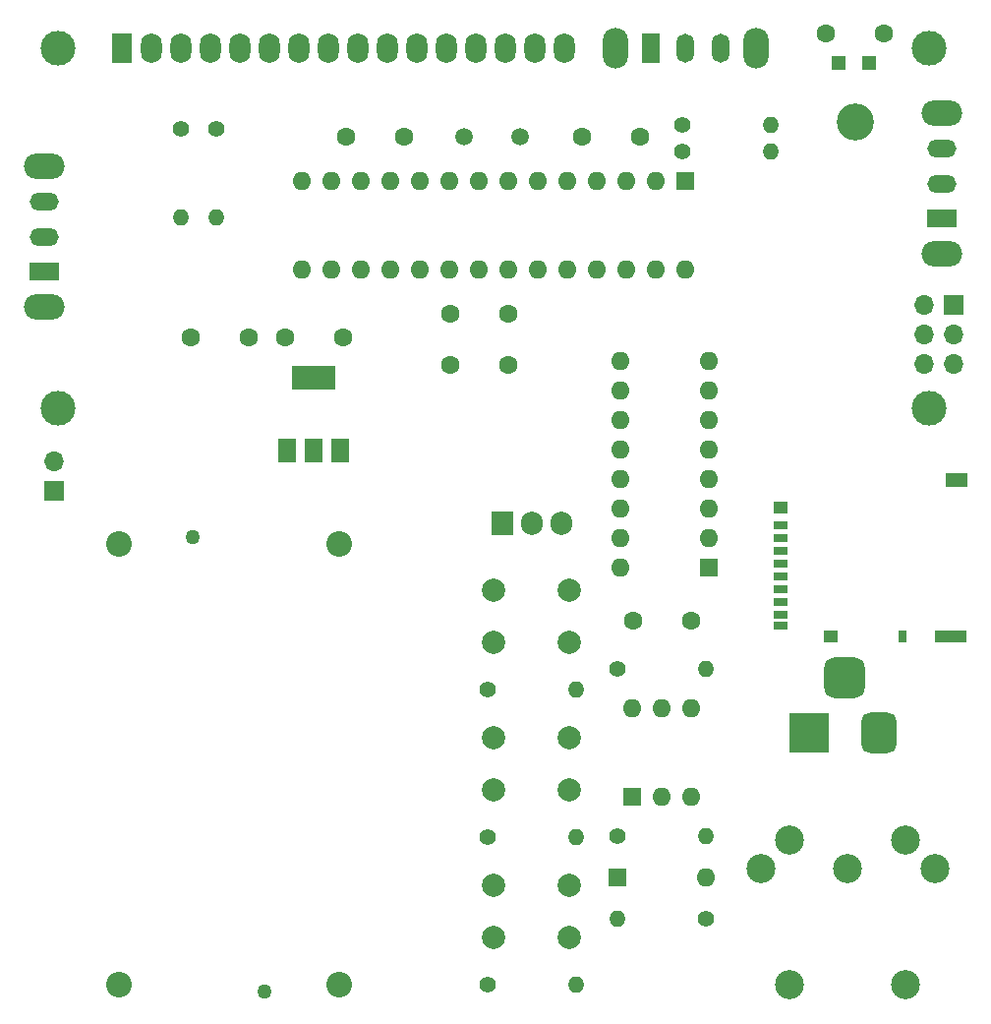
<source format=gbr>
%TF.GenerationSoftware,KiCad,Pcbnew,(6.0.7)*%
%TF.CreationDate,2022-08-05T18:39:18+02:00*%
%TF.ProjectId,SD_interrupter,53445f69-6e74-4657-9272-75707465722e,rev?*%
%TF.SameCoordinates,Original*%
%TF.FileFunction,Soldermask,Top*%
%TF.FilePolarity,Negative*%
%FSLAX46Y46*%
G04 Gerber Fmt 4.6, Leading zero omitted, Abs format (unit mm)*
G04 Created by KiCad (PCBNEW (6.0.7)) date 2022-08-05 18:39:18*
%MOMM*%
%LPD*%
G01*
G04 APERTURE LIST*
G04 Aperture macros list*
%AMRoundRect*
0 Rectangle with rounded corners*
0 $1 Rounding radius*
0 $2 $3 $4 $5 $6 $7 $8 $9 X,Y pos of 4 corners*
0 Add a 4 corners polygon primitive as box body*
4,1,4,$2,$3,$4,$5,$6,$7,$8,$9,$2,$3,0*
0 Add four circle primitives for the rounded corners*
1,1,$1+$1,$2,$3*
1,1,$1+$1,$4,$5*
1,1,$1+$1,$6,$7*
1,1,$1+$1,$8,$9*
0 Add four rect primitives between the rounded corners*
20,1,$1+$1,$2,$3,$4,$5,0*
20,1,$1+$1,$4,$5,$6,$7,0*
20,1,$1+$1,$6,$7,$8,$9,0*
20,1,$1+$1,$8,$9,$2,$3,0*%
G04 Aperture macros list end*
%ADD10O,3.500000X2.200000*%
%ADD11R,2.500000X1.500000*%
%ADD12O,2.500000X1.500000*%
%ADD13C,1.400000*%
%ADD14O,1.400000X1.400000*%
%ADD15C,1.270000*%
%ADD16C,2.205000*%
%ADD17R,1.600000X1.600000*%
%ADD18O,1.600000X1.600000*%
%ADD19C,2.500000*%
%ADD20C,2.000000*%
%ADD21C,3.200000*%
%ADD22C,1.600000*%
%ADD23R,1.208000X1.208000*%
%ADD24R,1.500000X2.000000*%
%ADD25R,3.800000X2.000000*%
%ADD26R,1.700000X1.700000*%
%ADD27O,1.700000X1.700000*%
%ADD28R,3.500000X3.500000*%
%ADD29RoundRect,0.750000X0.750000X1.000000X-0.750000X1.000000X-0.750000X-1.000000X0.750000X-1.000000X0*%
%ADD30RoundRect,0.875000X0.875000X0.875000X-0.875000X0.875000X-0.875000X-0.875000X0.875000X-0.875000X0*%
%ADD31O,2.200000X3.500000*%
%ADD32R,1.500000X2.500000*%
%ADD33O,1.500000X2.500000*%
%ADD34C,1.500000*%
%ADD35R,1.200000X0.700000*%
%ADD36R,0.800000X1.000000*%
%ADD37R,1.900000X1.300000*%
%ADD38R,2.800000X1.000000*%
%ADD39R,1.200000X1.000000*%
%ADD40C,3.000000*%
%ADD41R,1.800000X2.600000*%
%ADD42O,1.800000X2.600000*%
%ADD43R,1.905000X2.000000*%
%ADD44O,1.905000X2.000000*%
G04 APERTURE END LIST*
D10*
%TO.C,SW6*%
X102108000Y-45674000D03*
X102108000Y-33574000D03*
D11*
X102108000Y-42624000D03*
D12*
X102108000Y-39624000D03*
X102108000Y-36624000D03*
%TD*%
D13*
%TO.C,R6*%
X81788000Y-102870000D03*
D14*
X74168000Y-102870000D03*
%TD*%
D15*
%TO.C,BT1*%
X37617000Y-70020000D03*
D16*
X31247000Y-108585000D03*
X31247000Y-70615000D03*
%TD*%
D17*
%TO.C,U2*%
X82032000Y-72644000D03*
D18*
X82032000Y-70104000D03*
X82032000Y-67564000D03*
X82032000Y-65024000D03*
X82032000Y-62484000D03*
X82032000Y-59944000D03*
X82032000Y-57404000D03*
X82032000Y-54864000D03*
X74412000Y-54864000D03*
X74412000Y-57404000D03*
X74412000Y-59944000D03*
X74412000Y-62484000D03*
X74412000Y-65024000D03*
X74412000Y-67564000D03*
X74412000Y-70104000D03*
X74412000Y-72644000D03*
%TD*%
D19*
%TO.C,J3*%
X101480000Y-98600000D03*
X93980000Y-98600000D03*
X86480000Y-98600000D03*
X98980000Y-96100000D03*
X88980000Y-96100000D03*
X88980000Y-108600000D03*
X98980000Y-108600000D03*
%TD*%
D20*
%TO.C,SW3*%
X63500000Y-74585000D03*
X70000000Y-74585000D03*
X70000000Y-79085000D03*
X63500000Y-79085000D03*
%TD*%
D13*
%TO.C,R3*%
X62940000Y-95885000D03*
D14*
X70560000Y-95885000D03*
%TD*%
D21*
%TO.C,U6*%
X94617625Y-34310000D03*
D22*
X92117625Y-26710000D03*
X97117625Y-26710000D03*
D23*
X95817625Y-29210000D03*
X93217625Y-29210000D03*
%TD*%
D24*
%TO.C,U3*%
X45706000Y-62586000D03*
X48006000Y-62586000D03*
D25*
X48006000Y-56286000D03*
D24*
X50306000Y-62586000D03*
%TD*%
D26*
%TO.C,J5*%
X25654000Y-66040000D03*
D27*
X25654000Y-63500000D03*
%TD*%
D17*
%TO.C,D1*%
X74168000Y-99319200D03*
D18*
X81788000Y-99319200D03*
%TD*%
D15*
%TO.C,BT2*%
X43795000Y-109180000D03*
D16*
X50165000Y-70615000D03*
X50165000Y-108585000D03*
%TD*%
D13*
%TO.C,R10*%
X79756000Y-34544000D03*
D14*
X87376000Y-34544000D03*
%TD*%
D22*
%TO.C,C4*%
X71120000Y-35560000D03*
X76120000Y-35560000D03*
%TD*%
%TO.C,C10*%
X75478000Y-77216000D03*
X80478000Y-77216000D03*
%TD*%
D13*
%TO.C,R8*%
X79756000Y-36830000D03*
D14*
X87376000Y-36830000D03*
%TD*%
D28*
%TO.C,J4*%
X90678000Y-86868000D03*
D29*
X96678000Y-86868000D03*
D30*
X93678000Y-82168000D03*
%TD*%
D13*
%TO.C,R1*%
X62940000Y-83185000D03*
D14*
X70560000Y-83185000D03*
%TD*%
D26*
%TO.C,J2*%
X103124000Y-50038000D03*
D27*
X100584000Y-50038000D03*
X103124000Y-52578000D03*
X100584000Y-52578000D03*
X103124000Y-55118000D03*
X100584000Y-55118000D03*
%TD*%
D31*
%TO.C,SW1*%
X86060000Y-27940000D03*
X73960000Y-27940000D03*
D32*
X77010000Y-27940000D03*
D33*
X80010000Y-27940000D03*
X83010000Y-27940000D03*
%TD*%
D34*
%TO.C,Y1*%
X60920000Y-35560000D03*
X65800000Y-35560000D03*
%TD*%
D13*
%TO.C,R2*%
X62940000Y-108585000D03*
D14*
X70560000Y-108585000D03*
%TD*%
D17*
%TO.C,U4*%
X80000000Y-39380000D03*
D18*
X77460000Y-39380000D03*
X74920000Y-39380000D03*
X72380000Y-39380000D03*
X69840000Y-39380000D03*
X67300000Y-39380000D03*
X64760000Y-39380000D03*
X62220000Y-39380000D03*
X59680000Y-39380000D03*
X57140000Y-39380000D03*
X54600000Y-39380000D03*
X52060000Y-39380000D03*
X49520000Y-39380000D03*
X46980000Y-39380000D03*
X46980000Y-47000000D03*
X49520000Y-47000000D03*
X52060000Y-47000000D03*
X54600000Y-47000000D03*
X57140000Y-47000000D03*
X59680000Y-47000000D03*
X62220000Y-47000000D03*
X64760000Y-47000000D03*
X67300000Y-47000000D03*
X69840000Y-47000000D03*
X72380000Y-47000000D03*
X74920000Y-47000000D03*
X77460000Y-47000000D03*
X80000000Y-47000000D03*
%TD*%
D22*
%TO.C,C2*%
X59730000Y-50800000D03*
X64730000Y-50800000D03*
%TD*%
%TO.C,C7*%
X59730000Y-55245000D03*
X64730000Y-55245000D03*
%TD*%
D13*
%TO.C,R4*%
X39624000Y-34925000D03*
D14*
X39624000Y-42545000D03*
%TD*%
D13*
%TO.C,R7*%
X74168000Y-95768400D03*
D14*
X81788000Y-95768400D03*
%TD*%
D20*
%TO.C,SW4*%
X70000000Y-99985000D03*
X63500000Y-99985000D03*
X63500000Y-104485000D03*
X70000000Y-104485000D03*
%TD*%
D35*
%TO.C,J1*%
X88235000Y-69010000D03*
X88235000Y-70110000D03*
X88235000Y-71210000D03*
X88235000Y-72310000D03*
X88235000Y-73410000D03*
X88235000Y-74510000D03*
X88235000Y-75610000D03*
X88235000Y-76710000D03*
X88235000Y-77660000D03*
D36*
X98735000Y-78610000D03*
D37*
X103335000Y-65110000D03*
D38*
X102885000Y-78610000D03*
D39*
X92535000Y-78610000D03*
X88235000Y-67460000D03*
%TD*%
D20*
%TO.C,SW5*%
X63500000Y-87285000D03*
X70000000Y-87285000D03*
X63500000Y-91785000D03*
X70000000Y-91785000D03*
%TD*%
D13*
%TO.C,R5*%
X36576000Y-34925000D03*
D14*
X36576000Y-42545000D03*
%TD*%
D40*
%TO.C,DS1*%
X100995480Y-58940700D03*
X25996900Y-27940000D03*
X25996900Y-58940700D03*
X100996000Y-27940000D03*
D41*
X31496000Y-27940000D03*
D42*
X34036000Y-27940000D03*
X36576000Y-27940000D03*
X39116000Y-27940000D03*
X41656000Y-27940000D03*
X44196000Y-27940000D03*
X46736000Y-27940000D03*
X49276000Y-27940000D03*
X51816000Y-27940000D03*
X54356000Y-27940000D03*
X56896000Y-27940000D03*
X59436000Y-27940000D03*
X61976000Y-27940000D03*
X64516000Y-27940000D03*
X67056000Y-27940000D03*
X69596000Y-27940000D03*
%TD*%
D13*
%TO.C,R9*%
X74168000Y-81366800D03*
D14*
X81788000Y-81366800D03*
%TD*%
D22*
%TO.C,C5*%
X55800000Y-35560000D03*
X50800000Y-35560000D03*
%TD*%
D10*
%TO.C,SW2*%
X24765000Y-38146000D03*
X24765000Y-50246000D03*
D11*
X24765000Y-47196000D03*
D12*
X24765000Y-44196000D03*
X24765000Y-41196000D03*
%TD*%
D43*
%TO.C,U1*%
X64210000Y-68890000D03*
D44*
X66750000Y-68890000D03*
X69290000Y-68890000D03*
%TD*%
D22*
%TO.C,C3*%
X50506000Y-52832000D03*
X45506000Y-52832000D03*
%TD*%
%TO.C,C1*%
X37378000Y-52832000D03*
X42378000Y-52832000D03*
%TD*%
D17*
%TO.C,U5*%
X75453000Y-92367600D03*
D18*
X77993000Y-92367600D03*
X80533000Y-92367600D03*
X80533000Y-84747600D03*
X77993000Y-84747600D03*
X75453000Y-84747600D03*
%TD*%
M02*

</source>
